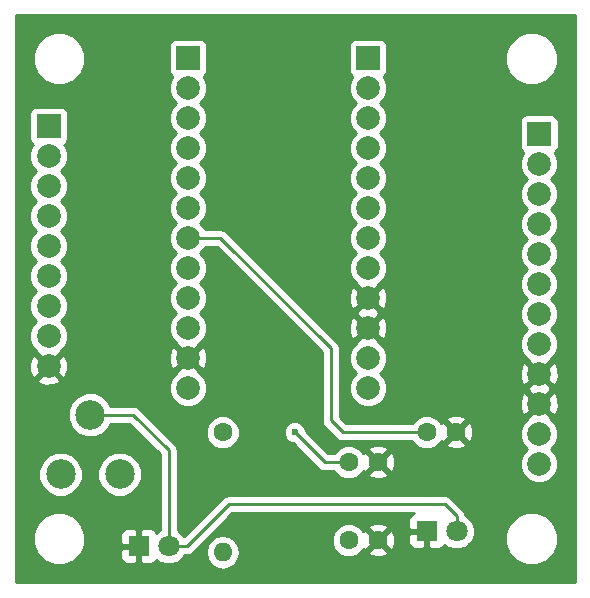
<source format=gbr>
G04 #@! TF.FileFunction,Copper,L2,Bot,Signal*
%FSLAX46Y46*%
G04 Gerber Fmt 4.6, Leading zero omitted, Abs format (unit mm)*
G04 Created by KiCad (PCBNEW 4.0.7) date 02/17/18 00:03:31*
%MOMM*%
%LPD*%
G01*
G04 APERTURE LIST*
%ADD10C,0.100000*%
%ADD11C,1.600000*%
%ADD12R,2.000000X2.000000*%
%ADD13C,2.000000*%
%ADD14R,1.800000X1.800000*%
%ADD15C,1.800000*%
%ADD16O,1.600000X1.600000*%
%ADD17C,2.500000*%
%ADD18C,0.600000*%
%ADD19C,0.250000*%
%ADD20C,0.254000*%
G04 APERTURE END LIST*
D10*
D11*
X117856000Y-106172000D03*
X120356000Y-106172000D03*
X117856000Y-99568000D03*
X120356000Y-99568000D03*
X124460000Y-97028000D03*
X126960000Y-97028000D03*
D12*
X104260000Y-65340000D03*
D13*
X104260000Y-67880000D03*
X104260000Y-70420000D03*
X104260000Y-72960000D03*
X104260000Y-75500000D03*
X104260000Y-78040000D03*
X104260000Y-80580000D03*
X104260000Y-83120000D03*
X104260000Y-85660000D03*
X104260000Y-88200000D03*
X104260000Y-90740000D03*
X104260000Y-93280000D03*
D12*
X119500000Y-65340000D03*
D13*
X119500000Y-67880000D03*
X119500000Y-70420000D03*
X119500000Y-72960000D03*
X119500000Y-75500000D03*
X119500000Y-78040000D03*
X119500000Y-80580000D03*
X119500000Y-83120000D03*
X119500000Y-85660000D03*
X119500000Y-88200000D03*
X119500000Y-90740000D03*
X119500000Y-93280000D03*
D12*
X133985000Y-71755000D03*
D13*
X133985000Y-74295000D03*
X133985000Y-76835000D03*
X133985000Y-79375000D03*
X133985000Y-81915000D03*
X133985000Y-84455000D03*
X133985000Y-86995000D03*
X133985000Y-89535000D03*
X133985000Y-92075000D03*
X133985000Y-94615000D03*
X133985000Y-97155000D03*
X133985000Y-99695000D03*
D12*
X92456000Y-71120000D03*
D13*
X92456000Y-73660000D03*
X92456000Y-76200000D03*
X92456000Y-78740000D03*
X92456000Y-81280000D03*
X92456000Y-83820000D03*
X92456000Y-86360000D03*
X92456000Y-88900000D03*
X92456000Y-91440000D03*
D14*
X100076000Y-106680000D03*
D15*
X102616000Y-106680000D03*
D14*
X124460000Y-105410000D03*
D15*
X127000000Y-105410000D03*
D11*
X107188000Y-97028000D03*
D16*
X107188000Y-107188000D03*
D17*
X95972000Y-95544000D03*
X98472000Y-100584000D03*
X93472000Y-100584000D03*
D18*
X113284000Y-97028000D03*
D19*
X115824000Y-99568000D02*
X117856000Y-99568000D01*
X113284000Y-97028000D02*
X115824000Y-99568000D01*
X104260000Y-80580000D02*
X106996000Y-80580000D01*
X117348000Y-97028000D02*
X124460000Y-97028000D01*
X116332000Y-96012000D02*
X117348000Y-97028000D01*
X116332000Y-89916000D02*
X116332000Y-96012000D01*
X106996000Y-80580000D02*
X116332000Y-89916000D01*
X102616000Y-106680000D02*
X104140000Y-106680000D01*
X127000000Y-104140000D02*
X127000000Y-105410000D01*
X125984000Y-103124000D02*
X127000000Y-104140000D01*
X107696000Y-103124000D02*
X125984000Y-103124000D01*
X104140000Y-106680000D02*
X107696000Y-103124000D01*
X95972000Y-95544000D02*
X99608000Y-95544000D01*
X102616000Y-98552000D02*
X102616000Y-106680000D01*
X99608000Y-95544000D02*
X102616000Y-98552000D01*
D20*
G36*
X137033000Y-109728000D02*
X89662000Y-109728000D01*
X89662000Y-106487619D01*
X91109613Y-106487619D01*
X91449155Y-107309372D01*
X92077321Y-107938636D01*
X92898481Y-108279611D01*
X93787619Y-108280387D01*
X94609372Y-107940845D01*
X95238636Y-107312679D01*
X95382693Y-106965750D01*
X98541000Y-106965750D01*
X98541000Y-107706310D01*
X98637673Y-107939699D01*
X98816302Y-108118327D01*
X99049691Y-108215000D01*
X99790250Y-108215000D01*
X99949000Y-108056250D01*
X99949000Y-106807000D01*
X98699750Y-106807000D01*
X98541000Y-106965750D01*
X95382693Y-106965750D01*
X95579611Y-106491519D01*
X95580342Y-105653690D01*
X98541000Y-105653690D01*
X98541000Y-106394250D01*
X98699750Y-106553000D01*
X99949000Y-106553000D01*
X99949000Y-105303750D01*
X99790250Y-105145000D01*
X99049691Y-105145000D01*
X98816302Y-105241673D01*
X98637673Y-105420301D01*
X98541000Y-105653690D01*
X95580342Y-105653690D01*
X95580387Y-105602381D01*
X95240845Y-104780628D01*
X94612679Y-104151364D01*
X93791519Y-103810389D01*
X92902381Y-103809613D01*
X92080628Y-104149155D01*
X91451364Y-104777321D01*
X91110389Y-105598481D01*
X91109613Y-106487619D01*
X89662000Y-106487619D01*
X89662000Y-100957305D01*
X91586674Y-100957305D01*
X91873043Y-101650372D01*
X92402839Y-102181093D01*
X93095405Y-102468672D01*
X93845305Y-102469326D01*
X94538372Y-102182957D01*
X95069093Y-101653161D01*
X95356672Y-100960595D01*
X95356674Y-100957305D01*
X96586674Y-100957305D01*
X96873043Y-101650372D01*
X97402839Y-102181093D01*
X98095405Y-102468672D01*
X98845305Y-102469326D01*
X99538372Y-102182957D01*
X100069093Y-101653161D01*
X100356672Y-100960595D01*
X100357326Y-100210695D01*
X100070957Y-99517628D01*
X99541161Y-98986907D01*
X98848595Y-98699328D01*
X98098695Y-98698674D01*
X97405628Y-98985043D01*
X96874907Y-99514839D01*
X96587328Y-100207405D01*
X96586674Y-100957305D01*
X95356674Y-100957305D01*
X95357326Y-100210695D01*
X95070957Y-99517628D01*
X94541161Y-98986907D01*
X93848595Y-98699328D01*
X93098695Y-98698674D01*
X92405628Y-98985043D01*
X91874907Y-99514839D01*
X91587328Y-100207405D01*
X91586674Y-100957305D01*
X89662000Y-100957305D01*
X89662000Y-95917305D01*
X94086674Y-95917305D01*
X94373043Y-96610372D01*
X94902839Y-97141093D01*
X95595405Y-97428672D01*
X96345305Y-97429326D01*
X97038372Y-97142957D01*
X97569093Y-96613161D01*
X97697468Y-96304000D01*
X99293198Y-96304000D01*
X101856000Y-98866802D01*
X101856000Y-105333154D01*
X101747629Y-105377932D01*
X101570159Y-105555092D01*
X101514327Y-105420301D01*
X101335698Y-105241673D01*
X101102309Y-105145000D01*
X100361750Y-105145000D01*
X100203000Y-105303750D01*
X100203000Y-106553000D01*
X100223000Y-106553000D01*
X100223000Y-106807000D01*
X100203000Y-106807000D01*
X100203000Y-108056250D01*
X100361750Y-108215000D01*
X101102309Y-108215000D01*
X101335698Y-108118327D01*
X101514327Y-107939699D01*
X101570119Y-107805006D01*
X101745357Y-107980551D01*
X102309330Y-108214733D01*
X102919991Y-108215265D01*
X103484371Y-107982068D01*
X103916551Y-107550643D01*
X103962494Y-107440000D01*
X104140000Y-107440000D01*
X104430839Y-107382148D01*
X104677401Y-107217401D01*
X104734915Y-107159887D01*
X105753000Y-107159887D01*
X105753000Y-107216113D01*
X105862233Y-107765264D01*
X106173302Y-108230811D01*
X106638849Y-108541880D01*
X107188000Y-108651113D01*
X107737151Y-108541880D01*
X108202698Y-108230811D01*
X108513767Y-107765264D01*
X108623000Y-107216113D01*
X108623000Y-107159887D01*
X108513767Y-106610736D01*
X108410501Y-106456187D01*
X116420752Y-106456187D01*
X116638757Y-106983800D01*
X117042077Y-107387824D01*
X117569309Y-107606750D01*
X118140187Y-107607248D01*
X118667800Y-107389243D01*
X118877663Y-107179745D01*
X119527861Y-107179745D01*
X119601995Y-107425864D01*
X120139223Y-107618965D01*
X120709454Y-107591778D01*
X121110005Y-107425864D01*
X121184139Y-107179745D01*
X120356000Y-106351605D01*
X119527861Y-107179745D01*
X118877663Y-107179745D01*
X119071824Y-106985923D01*
X119099423Y-106919456D01*
X119102136Y-106926005D01*
X119348255Y-107000139D01*
X120176395Y-106172000D01*
X120535605Y-106172000D01*
X121363745Y-107000139D01*
X121609864Y-106926005D01*
X121802965Y-106388777D01*
X121775778Y-105818546D01*
X121724915Y-105695750D01*
X122925000Y-105695750D01*
X122925000Y-106436310D01*
X123021673Y-106669699D01*
X123200302Y-106848327D01*
X123433691Y-106945000D01*
X124174250Y-106945000D01*
X124333000Y-106786250D01*
X124333000Y-105537000D01*
X123083750Y-105537000D01*
X122925000Y-105695750D01*
X121724915Y-105695750D01*
X121609864Y-105417995D01*
X121363745Y-105343861D01*
X120535605Y-106172000D01*
X120176395Y-106172000D01*
X119348255Y-105343861D01*
X119102136Y-105417995D01*
X119099804Y-105424483D01*
X119073243Y-105360200D01*
X118877640Y-105164255D01*
X119527861Y-105164255D01*
X120356000Y-105992395D01*
X121184139Y-105164255D01*
X121110005Y-104918136D01*
X120572777Y-104725035D01*
X120002546Y-104752222D01*
X119601995Y-104918136D01*
X119527861Y-105164255D01*
X118877640Y-105164255D01*
X118669923Y-104956176D01*
X118142691Y-104737250D01*
X117571813Y-104736752D01*
X117044200Y-104954757D01*
X116640176Y-105358077D01*
X116421250Y-105885309D01*
X116420752Y-106456187D01*
X108410501Y-106456187D01*
X108202698Y-106145189D01*
X107737151Y-105834120D01*
X107188000Y-105724887D01*
X106638849Y-105834120D01*
X106173302Y-106145189D01*
X105862233Y-106610736D01*
X105753000Y-107159887D01*
X104734915Y-107159887D01*
X108010802Y-103884000D01*
X123411963Y-103884000D01*
X123200302Y-103971673D01*
X123021673Y-104150301D01*
X122925000Y-104383690D01*
X122925000Y-105124250D01*
X123083750Y-105283000D01*
X124333000Y-105283000D01*
X124333000Y-105263000D01*
X124587000Y-105263000D01*
X124587000Y-105283000D01*
X124607000Y-105283000D01*
X124607000Y-105537000D01*
X124587000Y-105537000D01*
X124587000Y-106786250D01*
X124745750Y-106945000D01*
X125486309Y-106945000D01*
X125719698Y-106848327D01*
X125898327Y-106669699D01*
X125954119Y-106535006D01*
X126129357Y-106710551D01*
X126693330Y-106944733D01*
X127303991Y-106945265D01*
X127868371Y-106712068D01*
X128093212Y-106487619D01*
X131114613Y-106487619D01*
X131454155Y-107309372D01*
X132082321Y-107938636D01*
X132903481Y-108279611D01*
X133792619Y-108280387D01*
X134614372Y-107940845D01*
X135243636Y-107312679D01*
X135584611Y-106491519D01*
X135585387Y-105602381D01*
X135245845Y-104780628D01*
X134617679Y-104151364D01*
X133796519Y-103810389D01*
X132907381Y-103809613D01*
X132085628Y-104149155D01*
X131456364Y-104777321D01*
X131115389Y-105598481D01*
X131114613Y-106487619D01*
X128093212Y-106487619D01*
X128300551Y-106280643D01*
X128534733Y-105716670D01*
X128535265Y-105106009D01*
X128302068Y-104541629D01*
X127870643Y-104109449D01*
X127743414Y-104056619D01*
X127702148Y-103849161D01*
X127537401Y-103602599D01*
X126521401Y-102586599D01*
X126274839Y-102421852D01*
X125984000Y-102364000D01*
X107696000Y-102364000D01*
X107453414Y-102412254D01*
X107405160Y-102421852D01*
X107158599Y-102586599D01*
X103922600Y-105822598D01*
X103918068Y-105811629D01*
X103486643Y-105379449D01*
X103376000Y-105333506D01*
X103376000Y-98552000D01*
X103335970Y-98350757D01*
X103318148Y-98261160D01*
X103153401Y-98014599D01*
X102450989Y-97312187D01*
X105752752Y-97312187D01*
X105970757Y-97839800D01*
X106374077Y-98243824D01*
X106901309Y-98462750D01*
X107472187Y-98463248D01*
X107999800Y-98245243D01*
X108403824Y-97841923D01*
X108622750Y-97314691D01*
X108622838Y-97213167D01*
X112348838Y-97213167D01*
X112490883Y-97556943D01*
X112753673Y-97820192D01*
X113097201Y-97962838D01*
X113144077Y-97962879D01*
X115286599Y-100105401D01*
X115533160Y-100270148D01*
X115581414Y-100279746D01*
X115824000Y-100328000D01*
X116617354Y-100328000D01*
X116638757Y-100379800D01*
X117042077Y-100783824D01*
X117569309Y-101002750D01*
X118140187Y-101003248D01*
X118667800Y-100785243D01*
X118877663Y-100575745D01*
X119527861Y-100575745D01*
X119601995Y-100821864D01*
X120139223Y-101014965D01*
X120709454Y-100987778D01*
X121110005Y-100821864D01*
X121184139Y-100575745D01*
X120356000Y-99747605D01*
X119527861Y-100575745D01*
X118877663Y-100575745D01*
X119071824Y-100381923D01*
X119099423Y-100315456D01*
X119102136Y-100322005D01*
X119348255Y-100396139D01*
X120176395Y-99568000D01*
X120535605Y-99568000D01*
X121363745Y-100396139D01*
X121609864Y-100322005D01*
X121802965Y-99784777D01*
X121775778Y-99214546D01*
X121609864Y-98813995D01*
X121363745Y-98739861D01*
X120535605Y-99568000D01*
X120176395Y-99568000D01*
X119348255Y-98739861D01*
X119102136Y-98813995D01*
X119099804Y-98820483D01*
X119073243Y-98756200D01*
X118877640Y-98560255D01*
X119527861Y-98560255D01*
X120356000Y-99388395D01*
X121184139Y-98560255D01*
X121110005Y-98314136D01*
X120572777Y-98121035D01*
X120002546Y-98148222D01*
X119601995Y-98314136D01*
X119527861Y-98560255D01*
X118877640Y-98560255D01*
X118669923Y-98352176D01*
X118142691Y-98133250D01*
X117571813Y-98132752D01*
X117044200Y-98350757D01*
X116640176Y-98754077D01*
X116617785Y-98808000D01*
X116138802Y-98808000D01*
X114219122Y-96888320D01*
X114219162Y-96842833D01*
X114077117Y-96499057D01*
X113814327Y-96235808D01*
X113470799Y-96093162D01*
X113098833Y-96092838D01*
X112755057Y-96234883D01*
X112491808Y-96497673D01*
X112349162Y-96841201D01*
X112348838Y-97213167D01*
X108622838Y-97213167D01*
X108623248Y-96743813D01*
X108405243Y-96216200D01*
X108001923Y-95812176D01*
X107474691Y-95593250D01*
X106903813Y-95592752D01*
X106376200Y-95810757D01*
X105972176Y-96214077D01*
X105753250Y-96741309D01*
X105752752Y-97312187D01*
X102450989Y-97312187D01*
X100145401Y-95006599D01*
X99898839Y-94841852D01*
X99608000Y-94784000D01*
X97697547Y-94784000D01*
X97570957Y-94477628D01*
X97041161Y-93946907D01*
X96348595Y-93659328D01*
X95598695Y-93658674D01*
X94905628Y-93945043D01*
X94374907Y-94474839D01*
X94087328Y-95167405D01*
X94086674Y-95917305D01*
X89662000Y-95917305D01*
X89662000Y-93603795D01*
X102624716Y-93603795D01*
X102873106Y-94204943D01*
X103332637Y-94665278D01*
X103933352Y-94914716D01*
X104583795Y-94915284D01*
X105184943Y-94666894D01*
X105645278Y-94207363D01*
X105894716Y-93606648D01*
X105895284Y-92956205D01*
X105646894Y-92355057D01*
X105220022Y-91927438D01*
X105232927Y-91892532D01*
X104260000Y-90919605D01*
X103287073Y-91892532D01*
X103300164Y-91927938D01*
X102874722Y-92352637D01*
X102625284Y-92953352D01*
X102624716Y-93603795D01*
X89662000Y-93603795D01*
X89662000Y-92592532D01*
X91483073Y-92592532D01*
X91581736Y-92859387D01*
X92191461Y-93085908D01*
X92841460Y-93061856D01*
X93330264Y-92859387D01*
X93428927Y-92592532D01*
X92456000Y-91619605D01*
X91483073Y-92592532D01*
X89662000Y-92592532D01*
X89662000Y-91175461D01*
X90810092Y-91175461D01*
X90834144Y-91825460D01*
X91036613Y-92314264D01*
X91303468Y-92412927D01*
X92276395Y-91440000D01*
X92635605Y-91440000D01*
X93608532Y-92412927D01*
X93875387Y-92314264D01*
X94101908Y-91704539D01*
X94077856Y-91054540D01*
X93875387Y-90565736D01*
X93631220Y-90475461D01*
X102614092Y-90475461D01*
X102638144Y-91125460D01*
X102840613Y-91614264D01*
X103107468Y-91712927D01*
X104080395Y-90740000D01*
X104439605Y-90740000D01*
X105412532Y-91712927D01*
X105679387Y-91614264D01*
X105905908Y-91004539D01*
X105881856Y-90354540D01*
X105679387Y-89865736D01*
X105412532Y-89767073D01*
X104439605Y-90740000D01*
X104080395Y-90740000D01*
X103107468Y-89767073D01*
X102840613Y-89865736D01*
X102614092Y-90475461D01*
X93631220Y-90475461D01*
X93608532Y-90467073D01*
X92635605Y-91440000D01*
X92276395Y-91440000D01*
X91303468Y-90467073D01*
X91036613Y-90565736D01*
X90810092Y-91175461D01*
X89662000Y-91175461D01*
X89662000Y-70120000D01*
X90808560Y-70120000D01*
X90808560Y-72120000D01*
X90852838Y-72355317D01*
X90991910Y-72571441D01*
X91134561Y-72668910D01*
X91070722Y-72732637D01*
X90821284Y-73333352D01*
X90820716Y-73983795D01*
X91069106Y-74584943D01*
X91413759Y-74930199D01*
X91070722Y-75272637D01*
X90821284Y-75873352D01*
X90820716Y-76523795D01*
X91069106Y-77124943D01*
X91413759Y-77470199D01*
X91070722Y-77812637D01*
X90821284Y-78413352D01*
X90820716Y-79063795D01*
X91069106Y-79664943D01*
X91413759Y-80010199D01*
X91070722Y-80352637D01*
X90821284Y-80953352D01*
X90820716Y-81603795D01*
X91069106Y-82204943D01*
X91413759Y-82550199D01*
X91070722Y-82892637D01*
X90821284Y-83493352D01*
X90820716Y-84143795D01*
X91069106Y-84744943D01*
X91413759Y-85090199D01*
X91070722Y-85432637D01*
X90821284Y-86033352D01*
X90820716Y-86683795D01*
X91069106Y-87284943D01*
X91413759Y-87630199D01*
X91070722Y-87972637D01*
X90821284Y-88573352D01*
X90820716Y-89223795D01*
X91069106Y-89824943D01*
X91495978Y-90252562D01*
X91483073Y-90287468D01*
X92456000Y-91260395D01*
X93428927Y-90287468D01*
X93415836Y-90252062D01*
X93841278Y-89827363D01*
X94090716Y-89226648D01*
X94091284Y-88576205D01*
X93842894Y-87975057D01*
X93498241Y-87629801D01*
X93841278Y-87287363D01*
X94090716Y-86686648D01*
X94091284Y-86036205D01*
X93842894Y-85435057D01*
X93498241Y-85089801D01*
X93841278Y-84747363D01*
X94090716Y-84146648D01*
X94091284Y-83496205D01*
X93842894Y-82895057D01*
X93498241Y-82549801D01*
X93841278Y-82207363D01*
X94090716Y-81606648D01*
X94091284Y-80956205D01*
X93842894Y-80355057D01*
X93498241Y-80009801D01*
X93841278Y-79667363D01*
X94090716Y-79066648D01*
X94091284Y-78416205D01*
X93842894Y-77815057D01*
X93498241Y-77469801D01*
X93841278Y-77127363D01*
X94090716Y-76526648D01*
X94091284Y-75876205D01*
X93842894Y-75275057D01*
X93498241Y-74929801D01*
X93841278Y-74587363D01*
X94090716Y-73986648D01*
X94091284Y-73336205D01*
X93842894Y-72735057D01*
X93776379Y-72668426D01*
X93907441Y-72584090D01*
X94052431Y-72371890D01*
X94103440Y-72120000D01*
X94103440Y-70120000D01*
X94059162Y-69884683D01*
X93920090Y-69668559D01*
X93707890Y-69523569D01*
X93456000Y-69472560D01*
X91456000Y-69472560D01*
X91220683Y-69516838D01*
X91004559Y-69655910D01*
X90859569Y-69868110D01*
X90808560Y-70120000D01*
X89662000Y-70120000D01*
X89662000Y-65847619D01*
X91109613Y-65847619D01*
X91449155Y-66669372D01*
X92077321Y-67298636D01*
X92898481Y-67639611D01*
X93787619Y-67640387D01*
X94609372Y-67300845D01*
X95238636Y-66672679D01*
X95579611Y-65851519D01*
X95580387Y-64962381D01*
X95323224Y-64340000D01*
X102612560Y-64340000D01*
X102612560Y-66340000D01*
X102656838Y-66575317D01*
X102795910Y-66791441D01*
X102938561Y-66888910D01*
X102874722Y-66952637D01*
X102625284Y-67553352D01*
X102624716Y-68203795D01*
X102873106Y-68804943D01*
X103217759Y-69150199D01*
X102874722Y-69492637D01*
X102625284Y-70093352D01*
X102624716Y-70743795D01*
X102873106Y-71344943D01*
X103217759Y-71690199D01*
X102874722Y-72032637D01*
X102625284Y-72633352D01*
X102624716Y-73283795D01*
X102873106Y-73884943D01*
X103217759Y-74230199D01*
X102874722Y-74572637D01*
X102625284Y-75173352D01*
X102624716Y-75823795D01*
X102873106Y-76424943D01*
X103217759Y-76770199D01*
X102874722Y-77112637D01*
X102625284Y-77713352D01*
X102624716Y-78363795D01*
X102873106Y-78964943D01*
X103217759Y-79310199D01*
X102874722Y-79652637D01*
X102625284Y-80253352D01*
X102624716Y-80903795D01*
X102873106Y-81504943D01*
X103217759Y-81850199D01*
X102874722Y-82192637D01*
X102625284Y-82793352D01*
X102624716Y-83443795D01*
X102873106Y-84044943D01*
X103217759Y-84390199D01*
X102874722Y-84732637D01*
X102625284Y-85333352D01*
X102624716Y-85983795D01*
X102873106Y-86584943D01*
X103217759Y-86930199D01*
X102874722Y-87272637D01*
X102625284Y-87873352D01*
X102624716Y-88523795D01*
X102873106Y-89124943D01*
X103299978Y-89552562D01*
X103287073Y-89587468D01*
X104260000Y-90560395D01*
X105232927Y-89587468D01*
X105219836Y-89552062D01*
X105645278Y-89127363D01*
X105894716Y-88526648D01*
X105895284Y-87876205D01*
X105646894Y-87275057D01*
X105302241Y-86929801D01*
X105645278Y-86587363D01*
X105894716Y-85986648D01*
X105895284Y-85336205D01*
X105646894Y-84735057D01*
X105302241Y-84389801D01*
X105645278Y-84047363D01*
X105894716Y-83446648D01*
X105895284Y-82796205D01*
X105646894Y-82195057D01*
X105302241Y-81849801D01*
X105645278Y-81507363D01*
X105714773Y-81340000D01*
X106681198Y-81340000D01*
X115572000Y-90230802D01*
X115572000Y-96012000D01*
X115629852Y-96302839D01*
X115794599Y-96549401D01*
X116810599Y-97565401D01*
X117057161Y-97730148D01*
X117348000Y-97788000D01*
X123221354Y-97788000D01*
X123242757Y-97839800D01*
X123646077Y-98243824D01*
X124173309Y-98462750D01*
X124744187Y-98463248D01*
X125271800Y-98245243D01*
X125481663Y-98035745D01*
X126131861Y-98035745D01*
X126205995Y-98281864D01*
X126743223Y-98474965D01*
X127313454Y-98447778D01*
X127714005Y-98281864D01*
X127788139Y-98035745D01*
X126960000Y-97207605D01*
X126131861Y-98035745D01*
X125481663Y-98035745D01*
X125675824Y-97841923D01*
X125703423Y-97775456D01*
X125706136Y-97782005D01*
X125952255Y-97856139D01*
X126780395Y-97028000D01*
X127139605Y-97028000D01*
X127967745Y-97856139D01*
X128213864Y-97782005D01*
X128322849Y-97478795D01*
X132349716Y-97478795D01*
X132598106Y-98079943D01*
X132942759Y-98425199D01*
X132599722Y-98767637D01*
X132350284Y-99368352D01*
X132349716Y-100018795D01*
X132598106Y-100619943D01*
X133057637Y-101080278D01*
X133658352Y-101329716D01*
X134308795Y-101330284D01*
X134909943Y-101081894D01*
X135370278Y-100622363D01*
X135619716Y-100021648D01*
X135620284Y-99371205D01*
X135371894Y-98770057D01*
X135027241Y-98424801D01*
X135370278Y-98082363D01*
X135619716Y-97481648D01*
X135620284Y-96831205D01*
X135371894Y-96230057D01*
X134945022Y-95802438D01*
X134957927Y-95767532D01*
X133985000Y-94794605D01*
X133012073Y-95767532D01*
X133025164Y-95802938D01*
X132599722Y-96227637D01*
X132350284Y-96828352D01*
X132349716Y-97478795D01*
X128322849Y-97478795D01*
X128406965Y-97244777D01*
X128379778Y-96674546D01*
X128213864Y-96273995D01*
X127967745Y-96199861D01*
X127139605Y-97028000D01*
X126780395Y-97028000D01*
X125952255Y-96199861D01*
X125706136Y-96273995D01*
X125703804Y-96280483D01*
X125677243Y-96216200D01*
X125481640Y-96020255D01*
X126131861Y-96020255D01*
X126960000Y-96848395D01*
X127788139Y-96020255D01*
X127714005Y-95774136D01*
X127176777Y-95581035D01*
X126606546Y-95608222D01*
X126205995Y-95774136D01*
X126131861Y-96020255D01*
X125481640Y-96020255D01*
X125273923Y-95812176D01*
X124746691Y-95593250D01*
X124175813Y-95592752D01*
X123648200Y-95810757D01*
X123244176Y-96214077D01*
X123221785Y-96268000D01*
X117662802Y-96268000D01*
X117092000Y-95697198D01*
X117092000Y-91063795D01*
X117864716Y-91063795D01*
X118113106Y-91664943D01*
X118457759Y-92010199D01*
X118114722Y-92352637D01*
X117865284Y-92953352D01*
X117864716Y-93603795D01*
X118113106Y-94204943D01*
X118572637Y-94665278D01*
X119173352Y-94914716D01*
X119823795Y-94915284D01*
X120424943Y-94666894D01*
X120741929Y-94350461D01*
X132339092Y-94350461D01*
X132363144Y-95000460D01*
X132565613Y-95489264D01*
X132832468Y-95587927D01*
X133805395Y-94615000D01*
X134164605Y-94615000D01*
X135137532Y-95587927D01*
X135404387Y-95489264D01*
X135630908Y-94879539D01*
X135606856Y-94229540D01*
X135404387Y-93740736D01*
X135137532Y-93642073D01*
X134164605Y-94615000D01*
X133805395Y-94615000D01*
X132832468Y-93642073D01*
X132565613Y-93740736D01*
X132339092Y-94350461D01*
X120741929Y-94350461D01*
X120885278Y-94207363D01*
X121134716Y-93606648D01*
X121135047Y-93227532D01*
X133012073Y-93227532D01*
X133055504Y-93345000D01*
X133012073Y-93462468D01*
X133985000Y-94435395D01*
X134957927Y-93462468D01*
X134914496Y-93345000D01*
X134957927Y-93227532D01*
X133985000Y-92254605D01*
X133012073Y-93227532D01*
X121135047Y-93227532D01*
X121135284Y-92956205D01*
X120886894Y-92355057D01*
X120542241Y-92009801D01*
X120741929Y-91810461D01*
X132339092Y-91810461D01*
X132363144Y-92460460D01*
X132565613Y-92949264D01*
X132832468Y-93047927D01*
X133805395Y-92075000D01*
X134164605Y-92075000D01*
X135137532Y-93047927D01*
X135404387Y-92949264D01*
X135630908Y-92339539D01*
X135606856Y-91689540D01*
X135404387Y-91200736D01*
X135137532Y-91102073D01*
X134164605Y-92075000D01*
X133805395Y-92075000D01*
X132832468Y-91102073D01*
X132565613Y-91200736D01*
X132339092Y-91810461D01*
X120741929Y-91810461D01*
X120885278Y-91667363D01*
X121134716Y-91066648D01*
X121135284Y-90416205D01*
X120886894Y-89815057D01*
X120460022Y-89387438D01*
X120472927Y-89352532D01*
X119500000Y-88379605D01*
X118527073Y-89352532D01*
X118540164Y-89387938D01*
X118114722Y-89812637D01*
X117865284Y-90413352D01*
X117864716Y-91063795D01*
X117092000Y-91063795D01*
X117092000Y-89916000D01*
X117034148Y-89625161D01*
X116869401Y-89378599D01*
X115426263Y-87935461D01*
X117854092Y-87935461D01*
X117878144Y-88585460D01*
X118080613Y-89074264D01*
X118347468Y-89172927D01*
X119320395Y-88200000D01*
X119679605Y-88200000D01*
X120652532Y-89172927D01*
X120919387Y-89074264D01*
X121145908Y-88464539D01*
X121121856Y-87814540D01*
X120919387Y-87325736D01*
X120652532Y-87227073D01*
X119679605Y-88200000D01*
X119320395Y-88200000D01*
X118347468Y-87227073D01*
X118080613Y-87325736D01*
X117854092Y-87935461D01*
X115426263Y-87935461D01*
X114303334Y-86812532D01*
X118527073Y-86812532D01*
X118570504Y-86930000D01*
X118527073Y-87047468D01*
X119500000Y-88020395D01*
X120472927Y-87047468D01*
X120429496Y-86930000D01*
X120472927Y-86812532D01*
X119500000Y-85839605D01*
X118527073Y-86812532D01*
X114303334Y-86812532D01*
X112886263Y-85395461D01*
X117854092Y-85395461D01*
X117878144Y-86045460D01*
X118080613Y-86534264D01*
X118347468Y-86632927D01*
X119320395Y-85660000D01*
X119679605Y-85660000D01*
X120652532Y-86632927D01*
X120919387Y-86534264D01*
X121145908Y-85924539D01*
X121121856Y-85274540D01*
X120919387Y-84785736D01*
X120652532Y-84687073D01*
X119679605Y-85660000D01*
X119320395Y-85660000D01*
X118347468Y-84687073D01*
X118080613Y-84785736D01*
X117854092Y-85395461D01*
X112886263Y-85395461D01*
X107533401Y-80042599D01*
X107286839Y-79877852D01*
X106996000Y-79820000D01*
X105715047Y-79820000D01*
X105646894Y-79655057D01*
X105302241Y-79309801D01*
X105645278Y-78967363D01*
X105894716Y-78366648D01*
X105895284Y-77716205D01*
X105646894Y-77115057D01*
X105302241Y-76769801D01*
X105645278Y-76427363D01*
X105894716Y-75826648D01*
X105895284Y-75176205D01*
X105646894Y-74575057D01*
X105302241Y-74229801D01*
X105645278Y-73887363D01*
X105894716Y-73286648D01*
X105895284Y-72636205D01*
X105646894Y-72035057D01*
X105302241Y-71689801D01*
X105645278Y-71347363D01*
X105894716Y-70746648D01*
X105895284Y-70096205D01*
X105646894Y-69495057D01*
X105302241Y-69149801D01*
X105645278Y-68807363D01*
X105894716Y-68206648D01*
X105895284Y-67556205D01*
X105646894Y-66955057D01*
X105580379Y-66888426D01*
X105711441Y-66804090D01*
X105856431Y-66591890D01*
X105907440Y-66340000D01*
X105907440Y-64340000D01*
X117852560Y-64340000D01*
X117852560Y-66340000D01*
X117896838Y-66575317D01*
X118035910Y-66791441D01*
X118178561Y-66888910D01*
X118114722Y-66952637D01*
X117865284Y-67553352D01*
X117864716Y-68203795D01*
X118113106Y-68804943D01*
X118457759Y-69150199D01*
X118114722Y-69492637D01*
X117865284Y-70093352D01*
X117864716Y-70743795D01*
X118113106Y-71344943D01*
X118457759Y-71690199D01*
X118114722Y-72032637D01*
X117865284Y-72633352D01*
X117864716Y-73283795D01*
X118113106Y-73884943D01*
X118457759Y-74230199D01*
X118114722Y-74572637D01*
X117865284Y-75173352D01*
X117864716Y-75823795D01*
X118113106Y-76424943D01*
X118457759Y-76770199D01*
X118114722Y-77112637D01*
X117865284Y-77713352D01*
X117864716Y-78363795D01*
X118113106Y-78964943D01*
X118457759Y-79310199D01*
X118114722Y-79652637D01*
X117865284Y-80253352D01*
X117864716Y-80903795D01*
X118113106Y-81504943D01*
X118457759Y-81850199D01*
X118114722Y-82192637D01*
X117865284Y-82793352D01*
X117864716Y-83443795D01*
X118113106Y-84044943D01*
X118539978Y-84472562D01*
X118527073Y-84507468D01*
X119500000Y-85480395D01*
X120472927Y-84507468D01*
X120459836Y-84472062D01*
X120885278Y-84047363D01*
X121134716Y-83446648D01*
X121135284Y-82796205D01*
X120886894Y-82195057D01*
X120542241Y-81849801D01*
X120885278Y-81507363D01*
X121134716Y-80906648D01*
X121135284Y-80256205D01*
X120886894Y-79655057D01*
X120542241Y-79309801D01*
X120885278Y-78967363D01*
X121134716Y-78366648D01*
X121135284Y-77716205D01*
X120886894Y-77115057D01*
X120542241Y-76769801D01*
X120885278Y-76427363D01*
X121134716Y-75826648D01*
X121135284Y-75176205D01*
X120886894Y-74575057D01*
X120542241Y-74229801D01*
X120885278Y-73887363D01*
X121134716Y-73286648D01*
X121135284Y-72636205D01*
X120886894Y-72035057D01*
X120542241Y-71689801D01*
X120885278Y-71347363D01*
X121131247Y-70755000D01*
X132337560Y-70755000D01*
X132337560Y-72755000D01*
X132381838Y-72990317D01*
X132520910Y-73206441D01*
X132663561Y-73303910D01*
X132599722Y-73367637D01*
X132350284Y-73968352D01*
X132349716Y-74618795D01*
X132598106Y-75219943D01*
X132942759Y-75565199D01*
X132599722Y-75907637D01*
X132350284Y-76508352D01*
X132349716Y-77158795D01*
X132598106Y-77759943D01*
X132942759Y-78105199D01*
X132599722Y-78447637D01*
X132350284Y-79048352D01*
X132349716Y-79698795D01*
X132598106Y-80299943D01*
X132942759Y-80645199D01*
X132599722Y-80987637D01*
X132350284Y-81588352D01*
X132349716Y-82238795D01*
X132598106Y-82839943D01*
X132942759Y-83185199D01*
X132599722Y-83527637D01*
X132350284Y-84128352D01*
X132349716Y-84778795D01*
X132598106Y-85379943D01*
X132942759Y-85725199D01*
X132599722Y-86067637D01*
X132350284Y-86668352D01*
X132349716Y-87318795D01*
X132598106Y-87919943D01*
X132942759Y-88265199D01*
X132599722Y-88607637D01*
X132350284Y-89208352D01*
X132349716Y-89858795D01*
X132598106Y-90459943D01*
X133024978Y-90887562D01*
X133012073Y-90922468D01*
X133985000Y-91895395D01*
X134957927Y-90922468D01*
X134944836Y-90887062D01*
X135370278Y-90462363D01*
X135619716Y-89861648D01*
X135620284Y-89211205D01*
X135371894Y-88610057D01*
X135027241Y-88264801D01*
X135370278Y-87922363D01*
X135619716Y-87321648D01*
X135620284Y-86671205D01*
X135371894Y-86070057D01*
X135027241Y-85724801D01*
X135370278Y-85382363D01*
X135619716Y-84781648D01*
X135620284Y-84131205D01*
X135371894Y-83530057D01*
X135027241Y-83184801D01*
X135370278Y-82842363D01*
X135619716Y-82241648D01*
X135620284Y-81591205D01*
X135371894Y-80990057D01*
X135027241Y-80644801D01*
X135370278Y-80302363D01*
X135619716Y-79701648D01*
X135620284Y-79051205D01*
X135371894Y-78450057D01*
X135027241Y-78104801D01*
X135370278Y-77762363D01*
X135619716Y-77161648D01*
X135620284Y-76511205D01*
X135371894Y-75910057D01*
X135027241Y-75564801D01*
X135370278Y-75222363D01*
X135619716Y-74621648D01*
X135620284Y-73971205D01*
X135371894Y-73370057D01*
X135305379Y-73303426D01*
X135436441Y-73219090D01*
X135581431Y-73006890D01*
X135632440Y-72755000D01*
X135632440Y-70755000D01*
X135588162Y-70519683D01*
X135449090Y-70303559D01*
X135236890Y-70158569D01*
X134985000Y-70107560D01*
X132985000Y-70107560D01*
X132749683Y-70151838D01*
X132533559Y-70290910D01*
X132388569Y-70503110D01*
X132337560Y-70755000D01*
X121131247Y-70755000D01*
X121134716Y-70746648D01*
X121135284Y-70096205D01*
X120886894Y-69495057D01*
X120542241Y-69149801D01*
X120885278Y-68807363D01*
X121134716Y-68206648D01*
X121135284Y-67556205D01*
X120886894Y-66955057D01*
X120820379Y-66888426D01*
X120951441Y-66804090D01*
X121096431Y-66591890D01*
X121147440Y-66340000D01*
X121147440Y-65847619D01*
X131114613Y-65847619D01*
X131454155Y-66669372D01*
X132082321Y-67298636D01*
X132903481Y-67639611D01*
X133792619Y-67640387D01*
X134614372Y-67300845D01*
X135243636Y-66672679D01*
X135584611Y-65851519D01*
X135585387Y-64962381D01*
X135245845Y-64140628D01*
X134617679Y-63511364D01*
X133796519Y-63170389D01*
X132907381Y-63169613D01*
X132085628Y-63509155D01*
X131456364Y-64137321D01*
X131115389Y-64958481D01*
X131114613Y-65847619D01*
X121147440Y-65847619D01*
X121147440Y-64340000D01*
X121103162Y-64104683D01*
X120964090Y-63888559D01*
X120751890Y-63743569D01*
X120500000Y-63692560D01*
X118500000Y-63692560D01*
X118264683Y-63736838D01*
X118048559Y-63875910D01*
X117903569Y-64088110D01*
X117852560Y-64340000D01*
X105907440Y-64340000D01*
X105863162Y-64104683D01*
X105724090Y-63888559D01*
X105511890Y-63743569D01*
X105260000Y-63692560D01*
X103260000Y-63692560D01*
X103024683Y-63736838D01*
X102808559Y-63875910D01*
X102663569Y-64088110D01*
X102612560Y-64340000D01*
X95323224Y-64340000D01*
X95240845Y-64140628D01*
X94612679Y-63511364D01*
X93791519Y-63170389D01*
X92902381Y-63169613D01*
X92080628Y-63509155D01*
X91451364Y-64137321D01*
X91110389Y-64958481D01*
X91109613Y-65847619D01*
X89662000Y-65847619D01*
X89662000Y-61722000D01*
X137033000Y-61722000D01*
X137033000Y-109728000D01*
X137033000Y-109728000D01*
G37*
X137033000Y-109728000D02*
X89662000Y-109728000D01*
X89662000Y-106487619D01*
X91109613Y-106487619D01*
X91449155Y-107309372D01*
X92077321Y-107938636D01*
X92898481Y-108279611D01*
X93787619Y-108280387D01*
X94609372Y-107940845D01*
X95238636Y-107312679D01*
X95382693Y-106965750D01*
X98541000Y-106965750D01*
X98541000Y-107706310D01*
X98637673Y-107939699D01*
X98816302Y-108118327D01*
X99049691Y-108215000D01*
X99790250Y-108215000D01*
X99949000Y-108056250D01*
X99949000Y-106807000D01*
X98699750Y-106807000D01*
X98541000Y-106965750D01*
X95382693Y-106965750D01*
X95579611Y-106491519D01*
X95580342Y-105653690D01*
X98541000Y-105653690D01*
X98541000Y-106394250D01*
X98699750Y-106553000D01*
X99949000Y-106553000D01*
X99949000Y-105303750D01*
X99790250Y-105145000D01*
X99049691Y-105145000D01*
X98816302Y-105241673D01*
X98637673Y-105420301D01*
X98541000Y-105653690D01*
X95580342Y-105653690D01*
X95580387Y-105602381D01*
X95240845Y-104780628D01*
X94612679Y-104151364D01*
X93791519Y-103810389D01*
X92902381Y-103809613D01*
X92080628Y-104149155D01*
X91451364Y-104777321D01*
X91110389Y-105598481D01*
X91109613Y-106487619D01*
X89662000Y-106487619D01*
X89662000Y-100957305D01*
X91586674Y-100957305D01*
X91873043Y-101650372D01*
X92402839Y-102181093D01*
X93095405Y-102468672D01*
X93845305Y-102469326D01*
X94538372Y-102182957D01*
X95069093Y-101653161D01*
X95356672Y-100960595D01*
X95356674Y-100957305D01*
X96586674Y-100957305D01*
X96873043Y-101650372D01*
X97402839Y-102181093D01*
X98095405Y-102468672D01*
X98845305Y-102469326D01*
X99538372Y-102182957D01*
X100069093Y-101653161D01*
X100356672Y-100960595D01*
X100357326Y-100210695D01*
X100070957Y-99517628D01*
X99541161Y-98986907D01*
X98848595Y-98699328D01*
X98098695Y-98698674D01*
X97405628Y-98985043D01*
X96874907Y-99514839D01*
X96587328Y-100207405D01*
X96586674Y-100957305D01*
X95356674Y-100957305D01*
X95357326Y-100210695D01*
X95070957Y-99517628D01*
X94541161Y-98986907D01*
X93848595Y-98699328D01*
X93098695Y-98698674D01*
X92405628Y-98985043D01*
X91874907Y-99514839D01*
X91587328Y-100207405D01*
X91586674Y-100957305D01*
X89662000Y-100957305D01*
X89662000Y-95917305D01*
X94086674Y-95917305D01*
X94373043Y-96610372D01*
X94902839Y-97141093D01*
X95595405Y-97428672D01*
X96345305Y-97429326D01*
X97038372Y-97142957D01*
X97569093Y-96613161D01*
X97697468Y-96304000D01*
X99293198Y-96304000D01*
X101856000Y-98866802D01*
X101856000Y-105333154D01*
X101747629Y-105377932D01*
X101570159Y-105555092D01*
X101514327Y-105420301D01*
X101335698Y-105241673D01*
X101102309Y-105145000D01*
X100361750Y-105145000D01*
X100203000Y-105303750D01*
X100203000Y-106553000D01*
X100223000Y-106553000D01*
X100223000Y-106807000D01*
X100203000Y-106807000D01*
X100203000Y-108056250D01*
X100361750Y-108215000D01*
X101102309Y-108215000D01*
X101335698Y-108118327D01*
X101514327Y-107939699D01*
X101570119Y-107805006D01*
X101745357Y-107980551D01*
X102309330Y-108214733D01*
X102919991Y-108215265D01*
X103484371Y-107982068D01*
X103916551Y-107550643D01*
X103962494Y-107440000D01*
X104140000Y-107440000D01*
X104430839Y-107382148D01*
X104677401Y-107217401D01*
X104734915Y-107159887D01*
X105753000Y-107159887D01*
X105753000Y-107216113D01*
X105862233Y-107765264D01*
X106173302Y-108230811D01*
X106638849Y-108541880D01*
X107188000Y-108651113D01*
X107737151Y-108541880D01*
X108202698Y-108230811D01*
X108513767Y-107765264D01*
X108623000Y-107216113D01*
X108623000Y-107159887D01*
X108513767Y-106610736D01*
X108410501Y-106456187D01*
X116420752Y-106456187D01*
X116638757Y-106983800D01*
X117042077Y-107387824D01*
X117569309Y-107606750D01*
X118140187Y-107607248D01*
X118667800Y-107389243D01*
X118877663Y-107179745D01*
X119527861Y-107179745D01*
X119601995Y-107425864D01*
X120139223Y-107618965D01*
X120709454Y-107591778D01*
X121110005Y-107425864D01*
X121184139Y-107179745D01*
X120356000Y-106351605D01*
X119527861Y-107179745D01*
X118877663Y-107179745D01*
X119071824Y-106985923D01*
X119099423Y-106919456D01*
X119102136Y-106926005D01*
X119348255Y-107000139D01*
X120176395Y-106172000D01*
X120535605Y-106172000D01*
X121363745Y-107000139D01*
X121609864Y-106926005D01*
X121802965Y-106388777D01*
X121775778Y-105818546D01*
X121724915Y-105695750D01*
X122925000Y-105695750D01*
X122925000Y-106436310D01*
X123021673Y-106669699D01*
X123200302Y-106848327D01*
X123433691Y-106945000D01*
X124174250Y-106945000D01*
X124333000Y-106786250D01*
X124333000Y-105537000D01*
X123083750Y-105537000D01*
X122925000Y-105695750D01*
X121724915Y-105695750D01*
X121609864Y-105417995D01*
X121363745Y-105343861D01*
X120535605Y-106172000D01*
X120176395Y-106172000D01*
X119348255Y-105343861D01*
X119102136Y-105417995D01*
X119099804Y-105424483D01*
X119073243Y-105360200D01*
X118877640Y-105164255D01*
X119527861Y-105164255D01*
X120356000Y-105992395D01*
X121184139Y-105164255D01*
X121110005Y-104918136D01*
X120572777Y-104725035D01*
X120002546Y-104752222D01*
X119601995Y-104918136D01*
X119527861Y-105164255D01*
X118877640Y-105164255D01*
X118669923Y-104956176D01*
X118142691Y-104737250D01*
X117571813Y-104736752D01*
X117044200Y-104954757D01*
X116640176Y-105358077D01*
X116421250Y-105885309D01*
X116420752Y-106456187D01*
X108410501Y-106456187D01*
X108202698Y-106145189D01*
X107737151Y-105834120D01*
X107188000Y-105724887D01*
X106638849Y-105834120D01*
X106173302Y-106145189D01*
X105862233Y-106610736D01*
X105753000Y-107159887D01*
X104734915Y-107159887D01*
X108010802Y-103884000D01*
X123411963Y-103884000D01*
X123200302Y-103971673D01*
X123021673Y-104150301D01*
X122925000Y-104383690D01*
X122925000Y-105124250D01*
X123083750Y-105283000D01*
X124333000Y-105283000D01*
X124333000Y-105263000D01*
X124587000Y-105263000D01*
X124587000Y-105283000D01*
X124607000Y-105283000D01*
X124607000Y-105537000D01*
X124587000Y-105537000D01*
X124587000Y-106786250D01*
X124745750Y-106945000D01*
X125486309Y-106945000D01*
X125719698Y-106848327D01*
X125898327Y-106669699D01*
X125954119Y-106535006D01*
X126129357Y-106710551D01*
X126693330Y-106944733D01*
X127303991Y-106945265D01*
X127868371Y-106712068D01*
X128093212Y-106487619D01*
X131114613Y-106487619D01*
X131454155Y-107309372D01*
X132082321Y-107938636D01*
X132903481Y-108279611D01*
X133792619Y-108280387D01*
X134614372Y-107940845D01*
X135243636Y-107312679D01*
X135584611Y-106491519D01*
X135585387Y-105602381D01*
X135245845Y-104780628D01*
X134617679Y-104151364D01*
X133796519Y-103810389D01*
X132907381Y-103809613D01*
X132085628Y-104149155D01*
X131456364Y-104777321D01*
X131115389Y-105598481D01*
X131114613Y-106487619D01*
X128093212Y-106487619D01*
X128300551Y-106280643D01*
X128534733Y-105716670D01*
X128535265Y-105106009D01*
X128302068Y-104541629D01*
X127870643Y-104109449D01*
X127743414Y-104056619D01*
X127702148Y-103849161D01*
X127537401Y-103602599D01*
X126521401Y-102586599D01*
X126274839Y-102421852D01*
X125984000Y-102364000D01*
X107696000Y-102364000D01*
X107453414Y-102412254D01*
X107405160Y-102421852D01*
X107158599Y-102586599D01*
X103922600Y-105822598D01*
X103918068Y-105811629D01*
X103486643Y-105379449D01*
X103376000Y-105333506D01*
X103376000Y-98552000D01*
X103335970Y-98350757D01*
X103318148Y-98261160D01*
X103153401Y-98014599D01*
X102450989Y-97312187D01*
X105752752Y-97312187D01*
X105970757Y-97839800D01*
X106374077Y-98243824D01*
X106901309Y-98462750D01*
X107472187Y-98463248D01*
X107999800Y-98245243D01*
X108403824Y-97841923D01*
X108622750Y-97314691D01*
X108622838Y-97213167D01*
X112348838Y-97213167D01*
X112490883Y-97556943D01*
X112753673Y-97820192D01*
X113097201Y-97962838D01*
X113144077Y-97962879D01*
X115286599Y-100105401D01*
X115533160Y-100270148D01*
X115581414Y-100279746D01*
X115824000Y-100328000D01*
X116617354Y-100328000D01*
X116638757Y-100379800D01*
X117042077Y-100783824D01*
X117569309Y-101002750D01*
X118140187Y-101003248D01*
X118667800Y-100785243D01*
X118877663Y-100575745D01*
X119527861Y-100575745D01*
X119601995Y-100821864D01*
X120139223Y-101014965D01*
X120709454Y-100987778D01*
X121110005Y-100821864D01*
X121184139Y-100575745D01*
X120356000Y-99747605D01*
X119527861Y-100575745D01*
X118877663Y-100575745D01*
X119071824Y-100381923D01*
X119099423Y-100315456D01*
X119102136Y-100322005D01*
X119348255Y-100396139D01*
X120176395Y-99568000D01*
X120535605Y-99568000D01*
X121363745Y-100396139D01*
X121609864Y-100322005D01*
X121802965Y-99784777D01*
X121775778Y-99214546D01*
X121609864Y-98813995D01*
X121363745Y-98739861D01*
X120535605Y-99568000D01*
X120176395Y-99568000D01*
X119348255Y-98739861D01*
X119102136Y-98813995D01*
X119099804Y-98820483D01*
X119073243Y-98756200D01*
X118877640Y-98560255D01*
X119527861Y-98560255D01*
X120356000Y-99388395D01*
X121184139Y-98560255D01*
X121110005Y-98314136D01*
X120572777Y-98121035D01*
X120002546Y-98148222D01*
X119601995Y-98314136D01*
X119527861Y-98560255D01*
X118877640Y-98560255D01*
X118669923Y-98352176D01*
X118142691Y-98133250D01*
X117571813Y-98132752D01*
X117044200Y-98350757D01*
X116640176Y-98754077D01*
X116617785Y-98808000D01*
X116138802Y-98808000D01*
X114219122Y-96888320D01*
X114219162Y-96842833D01*
X114077117Y-96499057D01*
X113814327Y-96235808D01*
X113470799Y-96093162D01*
X113098833Y-96092838D01*
X112755057Y-96234883D01*
X112491808Y-96497673D01*
X112349162Y-96841201D01*
X112348838Y-97213167D01*
X108622838Y-97213167D01*
X108623248Y-96743813D01*
X108405243Y-96216200D01*
X108001923Y-95812176D01*
X107474691Y-95593250D01*
X106903813Y-95592752D01*
X106376200Y-95810757D01*
X105972176Y-96214077D01*
X105753250Y-96741309D01*
X105752752Y-97312187D01*
X102450989Y-97312187D01*
X100145401Y-95006599D01*
X99898839Y-94841852D01*
X99608000Y-94784000D01*
X97697547Y-94784000D01*
X97570957Y-94477628D01*
X97041161Y-93946907D01*
X96348595Y-93659328D01*
X95598695Y-93658674D01*
X94905628Y-93945043D01*
X94374907Y-94474839D01*
X94087328Y-95167405D01*
X94086674Y-95917305D01*
X89662000Y-95917305D01*
X89662000Y-93603795D01*
X102624716Y-93603795D01*
X102873106Y-94204943D01*
X103332637Y-94665278D01*
X103933352Y-94914716D01*
X104583795Y-94915284D01*
X105184943Y-94666894D01*
X105645278Y-94207363D01*
X105894716Y-93606648D01*
X105895284Y-92956205D01*
X105646894Y-92355057D01*
X105220022Y-91927438D01*
X105232927Y-91892532D01*
X104260000Y-90919605D01*
X103287073Y-91892532D01*
X103300164Y-91927938D01*
X102874722Y-92352637D01*
X102625284Y-92953352D01*
X102624716Y-93603795D01*
X89662000Y-93603795D01*
X89662000Y-92592532D01*
X91483073Y-92592532D01*
X91581736Y-92859387D01*
X92191461Y-93085908D01*
X92841460Y-93061856D01*
X93330264Y-92859387D01*
X93428927Y-92592532D01*
X92456000Y-91619605D01*
X91483073Y-92592532D01*
X89662000Y-92592532D01*
X89662000Y-91175461D01*
X90810092Y-91175461D01*
X90834144Y-91825460D01*
X91036613Y-92314264D01*
X91303468Y-92412927D01*
X92276395Y-91440000D01*
X92635605Y-91440000D01*
X93608532Y-92412927D01*
X93875387Y-92314264D01*
X94101908Y-91704539D01*
X94077856Y-91054540D01*
X93875387Y-90565736D01*
X93631220Y-90475461D01*
X102614092Y-90475461D01*
X102638144Y-91125460D01*
X102840613Y-91614264D01*
X103107468Y-91712927D01*
X104080395Y-90740000D01*
X104439605Y-90740000D01*
X105412532Y-91712927D01*
X105679387Y-91614264D01*
X105905908Y-91004539D01*
X105881856Y-90354540D01*
X105679387Y-89865736D01*
X105412532Y-89767073D01*
X104439605Y-90740000D01*
X104080395Y-90740000D01*
X103107468Y-89767073D01*
X102840613Y-89865736D01*
X102614092Y-90475461D01*
X93631220Y-90475461D01*
X93608532Y-90467073D01*
X92635605Y-91440000D01*
X92276395Y-91440000D01*
X91303468Y-90467073D01*
X91036613Y-90565736D01*
X90810092Y-91175461D01*
X89662000Y-91175461D01*
X89662000Y-70120000D01*
X90808560Y-70120000D01*
X90808560Y-72120000D01*
X90852838Y-72355317D01*
X90991910Y-72571441D01*
X91134561Y-72668910D01*
X91070722Y-72732637D01*
X90821284Y-73333352D01*
X90820716Y-73983795D01*
X91069106Y-74584943D01*
X91413759Y-74930199D01*
X91070722Y-75272637D01*
X90821284Y-75873352D01*
X90820716Y-76523795D01*
X91069106Y-77124943D01*
X91413759Y-77470199D01*
X91070722Y-77812637D01*
X90821284Y-78413352D01*
X90820716Y-79063795D01*
X91069106Y-79664943D01*
X91413759Y-80010199D01*
X91070722Y-80352637D01*
X90821284Y-80953352D01*
X90820716Y-81603795D01*
X91069106Y-82204943D01*
X91413759Y-82550199D01*
X91070722Y-82892637D01*
X90821284Y-83493352D01*
X90820716Y-84143795D01*
X91069106Y-84744943D01*
X91413759Y-85090199D01*
X91070722Y-85432637D01*
X90821284Y-86033352D01*
X90820716Y-86683795D01*
X91069106Y-87284943D01*
X91413759Y-87630199D01*
X91070722Y-87972637D01*
X90821284Y-88573352D01*
X90820716Y-89223795D01*
X91069106Y-89824943D01*
X91495978Y-90252562D01*
X91483073Y-90287468D01*
X92456000Y-91260395D01*
X93428927Y-90287468D01*
X93415836Y-90252062D01*
X93841278Y-89827363D01*
X94090716Y-89226648D01*
X94091284Y-88576205D01*
X93842894Y-87975057D01*
X93498241Y-87629801D01*
X93841278Y-87287363D01*
X94090716Y-86686648D01*
X94091284Y-86036205D01*
X93842894Y-85435057D01*
X93498241Y-85089801D01*
X93841278Y-84747363D01*
X94090716Y-84146648D01*
X94091284Y-83496205D01*
X93842894Y-82895057D01*
X93498241Y-82549801D01*
X93841278Y-82207363D01*
X94090716Y-81606648D01*
X94091284Y-80956205D01*
X93842894Y-80355057D01*
X93498241Y-80009801D01*
X93841278Y-79667363D01*
X94090716Y-79066648D01*
X94091284Y-78416205D01*
X93842894Y-77815057D01*
X93498241Y-77469801D01*
X93841278Y-77127363D01*
X94090716Y-76526648D01*
X94091284Y-75876205D01*
X93842894Y-75275057D01*
X93498241Y-74929801D01*
X93841278Y-74587363D01*
X94090716Y-73986648D01*
X94091284Y-73336205D01*
X93842894Y-72735057D01*
X93776379Y-72668426D01*
X93907441Y-72584090D01*
X94052431Y-72371890D01*
X94103440Y-72120000D01*
X94103440Y-70120000D01*
X94059162Y-69884683D01*
X93920090Y-69668559D01*
X93707890Y-69523569D01*
X93456000Y-69472560D01*
X91456000Y-69472560D01*
X91220683Y-69516838D01*
X91004559Y-69655910D01*
X90859569Y-69868110D01*
X90808560Y-70120000D01*
X89662000Y-70120000D01*
X89662000Y-65847619D01*
X91109613Y-65847619D01*
X91449155Y-66669372D01*
X92077321Y-67298636D01*
X92898481Y-67639611D01*
X93787619Y-67640387D01*
X94609372Y-67300845D01*
X95238636Y-66672679D01*
X95579611Y-65851519D01*
X95580387Y-64962381D01*
X95323224Y-64340000D01*
X102612560Y-64340000D01*
X102612560Y-66340000D01*
X102656838Y-66575317D01*
X102795910Y-66791441D01*
X102938561Y-66888910D01*
X102874722Y-66952637D01*
X102625284Y-67553352D01*
X102624716Y-68203795D01*
X102873106Y-68804943D01*
X103217759Y-69150199D01*
X102874722Y-69492637D01*
X102625284Y-70093352D01*
X102624716Y-70743795D01*
X102873106Y-71344943D01*
X103217759Y-71690199D01*
X102874722Y-72032637D01*
X102625284Y-72633352D01*
X102624716Y-73283795D01*
X102873106Y-73884943D01*
X103217759Y-74230199D01*
X102874722Y-74572637D01*
X102625284Y-75173352D01*
X102624716Y-75823795D01*
X102873106Y-76424943D01*
X103217759Y-76770199D01*
X102874722Y-77112637D01*
X102625284Y-77713352D01*
X102624716Y-78363795D01*
X102873106Y-78964943D01*
X103217759Y-79310199D01*
X102874722Y-79652637D01*
X102625284Y-80253352D01*
X102624716Y-80903795D01*
X102873106Y-81504943D01*
X103217759Y-81850199D01*
X102874722Y-82192637D01*
X102625284Y-82793352D01*
X102624716Y-83443795D01*
X102873106Y-84044943D01*
X103217759Y-84390199D01*
X102874722Y-84732637D01*
X102625284Y-85333352D01*
X102624716Y-85983795D01*
X102873106Y-86584943D01*
X103217759Y-86930199D01*
X102874722Y-87272637D01*
X102625284Y-87873352D01*
X102624716Y-88523795D01*
X102873106Y-89124943D01*
X103299978Y-89552562D01*
X103287073Y-89587468D01*
X104260000Y-90560395D01*
X105232927Y-89587468D01*
X105219836Y-89552062D01*
X105645278Y-89127363D01*
X105894716Y-88526648D01*
X105895284Y-87876205D01*
X105646894Y-87275057D01*
X105302241Y-86929801D01*
X105645278Y-86587363D01*
X105894716Y-85986648D01*
X105895284Y-85336205D01*
X105646894Y-84735057D01*
X105302241Y-84389801D01*
X105645278Y-84047363D01*
X105894716Y-83446648D01*
X105895284Y-82796205D01*
X105646894Y-82195057D01*
X105302241Y-81849801D01*
X105645278Y-81507363D01*
X105714773Y-81340000D01*
X106681198Y-81340000D01*
X115572000Y-90230802D01*
X115572000Y-96012000D01*
X115629852Y-96302839D01*
X115794599Y-96549401D01*
X116810599Y-97565401D01*
X117057161Y-97730148D01*
X117348000Y-97788000D01*
X123221354Y-97788000D01*
X123242757Y-97839800D01*
X123646077Y-98243824D01*
X124173309Y-98462750D01*
X124744187Y-98463248D01*
X125271800Y-98245243D01*
X125481663Y-98035745D01*
X126131861Y-98035745D01*
X126205995Y-98281864D01*
X126743223Y-98474965D01*
X127313454Y-98447778D01*
X127714005Y-98281864D01*
X127788139Y-98035745D01*
X126960000Y-97207605D01*
X126131861Y-98035745D01*
X125481663Y-98035745D01*
X125675824Y-97841923D01*
X125703423Y-97775456D01*
X125706136Y-97782005D01*
X125952255Y-97856139D01*
X126780395Y-97028000D01*
X127139605Y-97028000D01*
X127967745Y-97856139D01*
X128213864Y-97782005D01*
X128322849Y-97478795D01*
X132349716Y-97478795D01*
X132598106Y-98079943D01*
X132942759Y-98425199D01*
X132599722Y-98767637D01*
X132350284Y-99368352D01*
X132349716Y-100018795D01*
X132598106Y-100619943D01*
X133057637Y-101080278D01*
X133658352Y-101329716D01*
X134308795Y-101330284D01*
X134909943Y-101081894D01*
X135370278Y-100622363D01*
X135619716Y-100021648D01*
X135620284Y-99371205D01*
X135371894Y-98770057D01*
X135027241Y-98424801D01*
X135370278Y-98082363D01*
X135619716Y-97481648D01*
X135620284Y-96831205D01*
X135371894Y-96230057D01*
X134945022Y-95802438D01*
X134957927Y-95767532D01*
X133985000Y-94794605D01*
X133012073Y-95767532D01*
X133025164Y-95802938D01*
X132599722Y-96227637D01*
X132350284Y-96828352D01*
X132349716Y-97478795D01*
X128322849Y-97478795D01*
X128406965Y-97244777D01*
X128379778Y-96674546D01*
X128213864Y-96273995D01*
X127967745Y-96199861D01*
X127139605Y-97028000D01*
X126780395Y-97028000D01*
X125952255Y-96199861D01*
X125706136Y-96273995D01*
X125703804Y-96280483D01*
X125677243Y-96216200D01*
X125481640Y-96020255D01*
X126131861Y-96020255D01*
X126960000Y-96848395D01*
X127788139Y-96020255D01*
X127714005Y-95774136D01*
X127176777Y-95581035D01*
X126606546Y-95608222D01*
X126205995Y-95774136D01*
X126131861Y-96020255D01*
X125481640Y-96020255D01*
X125273923Y-95812176D01*
X124746691Y-95593250D01*
X124175813Y-95592752D01*
X123648200Y-95810757D01*
X123244176Y-96214077D01*
X123221785Y-96268000D01*
X117662802Y-96268000D01*
X117092000Y-95697198D01*
X117092000Y-91063795D01*
X117864716Y-91063795D01*
X118113106Y-91664943D01*
X118457759Y-92010199D01*
X118114722Y-92352637D01*
X117865284Y-92953352D01*
X117864716Y-93603795D01*
X118113106Y-94204943D01*
X118572637Y-94665278D01*
X119173352Y-94914716D01*
X119823795Y-94915284D01*
X120424943Y-94666894D01*
X120741929Y-94350461D01*
X132339092Y-94350461D01*
X132363144Y-95000460D01*
X132565613Y-95489264D01*
X132832468Y-95587927D01*
X133805395Y-94615000D01*
X134164605Y-94615000D01*
X135137532Y-95587927D01*
X135404387Y-95489264D01*
X135630908Y-94879539D01*
X135606856Y-94229540D01*
X135404387Y-93740736D01*
X135137532Y-93642073D01*
X134164605Y-94615000D01*
X133805395Y-94615000D01*
X132832468Y-93642073D01*
X132565613Y-93740736D01*
X132339092Y-94350461D01*
X120741929Y-94350461D01*
X120885278Y-94207363D01*
X121134716Y-93606648D01*
X121135047Y-93227532D01*
X133012073Y-93227532D01*
X133055504Y-93345000D01*
X133012073Y-93462468D01*
X133985000Y-94435395D01*
X134957927Y-93462468D01*
X134914496Y-93345000D01*
X134957927Y-93227532D01*
X133985000Y-92254605D01*
X133012073Y-93227532D01*
X121135047Y-93227532D01*
X121135284Y-92956205D01*
X120886894Y-92355057D01*
X120542241Y-92009801D01*
X120741929Y-91810461D01*
X132339092Y-91810461D01*
X132363144Y-92460460D01*
X132565613Y-92949264D01*
X132832468Y-93047927D01*
X133805395Y-92075000D01*
X134164605Y-92075000D01*
X135137532Y-93047927D01*
X135404387Y-92949264D01*
X135630908Y-92339539D01*
X135606856Y-91689540D01*
X135404387Y-91200736D01*
X135137532Y-91102073D01*
X134164605Y-92075000D01*
X133805395Y-92075000D01*
X132832468Y-91102073D01*
X132565613Y-91200736D01*
X132339092Y-91810461D01*
X120741929Y-91810461D01*
X120885278Y-91667363D01*
X121134716Y-91066648D01*
X121135284Y-90416205D01*
X120886894Y-89815057D01*
X120460022Y-89387438D01*
X120472927Y-89352532D01*
X119500000Y-88379605D01*
X118527073Y-89352532D01*
X118540164Y-89387938D01*
X118114722Y-89812637D01*
X117865284Y-90413352D01*
X117864716Y-91063795D01*
X117092000Y-91063795D01*
X117092000Y-89916000D01*
X117034148Y-89625161D01*
X116869401Y-89378599D01*
X115426263Y-87935461D01*
X117854092Y-87935461D01*
X117878144Y-88585460D01*
X118080613Y-89074264D01*
X118347468Y-89172927D01*
X119320395Y-88200000D01*
X119679605Y-88200000D01*
X120652532Y-89172927D01*
X120919387Y-89074264D01*
X121145908Y-88464539D01*
X121121856Y-87814540D01*
X120919387Y-87325736D01*
X120652532Y-87227073D01*
X119679605Y-88200000D01*
X119320395Y-88200000D01*
X118347468Y-87227073D01*
X118080613Y-87325736D01*
X117854092Y-87935461D01*
X115426263Y-87935461D01*
X114303334Y-86812532D01*
X118527073Y-86812532D01*
X118570504Y-86930000D01*
X118527073Y-87047468D01*
X119500000Y-88020395D01*
X120472927Y-87047468D01*
X120429496Y-86930000D01*
X120472927Y-86812532D01*
X119500000Y-85839605D01*
X118527073Y-86812532D01*
X114303334Y-86812532D01*
X112886263Y-85395461D01*
X117854092Y-85395461D01*
X117878144Y-86045460D01*
X118080613Y-86534264D01*
X118347468Y-86632927D01*
X119320395Y-85660000D01*
X119679605Y-85660000D01*
X120652532Y-86632927D01*
X120919387Y-86534264D01*
X121145908Y-85924539D01*
X121121856Y-85274540D01*
X120919387Y-84785736D01*
X120652532Y-84687073D01*
X119679605Y-85660000D01*
X119320395Y-85660000D01*
X118347468Y-84687073D01*
X118080613Y-84785736D01*
X117854092Y-85395461D01*
X112886263Y-85395461D01*
X107533401Y-80042599D01*
X107286839Y-79877852D01*
X106996000Y-79820000D01*
X105715047Y-79820000D01*
X105646894Y-79655057D01*
X105302241Y-79309801D01*
X105645278Y-78967363D01*
X105894716Y-78366648D01*
X105895284Y-77716205D01*
X105646894Y-77115057D01*
X105302241Y-76769801D01*
X105645278Y-76427363D01*
X105894716Y-75826648D01*
X105895284Y-75176205D01*
X105646894Y-74575057D01*
X105302241Y-74229801D01*
X105645278Y-73887363D01*
X105894716Y-73286648D01*
X105895284Y-72636205D01*
X105646894Y-72035057D01*
X105302241Y-71689801D01*
X105645278Y-71347363D01*
X105894716Y-70746648D01*
X105895284Y-70096205D01*
X105646894Y-69495057D01*
X105302241Y-69149801D01*
X105645278Y-68807363D01*
X105894716Y-68206648D01*
X105895284Y-67556205D01*
X105646894Y-66955057D01*
X105580379Y-66888426D01*
X105711441Y-66804090D01*
X105856431Y-66591890D01*
X105907440Y-66340000D01*
X105907440Y-64340000D01*
X117852560Y-64340000D01*
X117852560Y-66340000D01*
X117896838Y-66575317D01*
X118035910Y-66791441D01*
X118178561Y-66888910D01*
X118114722Y-66952637D01*
X117865284Y-67553352D01*
X117864716Y-68203795D01*
X118113106Y-68804943D01*
X118457759Y-69150199D01*
X118114722Y-69492637D01*
X117865284Y-70093352D01*
X117864716Y-70743795D01*
X118113106Y-71344943D01*
X118457759Y-71690199D01*
X118114722Y-72032637D01*
X117865284Y-72633352D01*
X117864716Y-73283795D01*
X118113106Y-73884943D01*
X118457759Y-74230199D01*
X118114722Y-74572637D01*
X117865284Y-75173352D01*
X117864716Y-75823795D01*
X118113106Y-76424943D01*
X118457759Y-76770199D01*
X118114722Y-77112637D01*
X117865284Y-77713352D01*
X117864716Y-78363795D01*
X118113106Y-78964943D01*
X118457759Y-79310199D01*
X118114722Y-79652637D01*
X117865284Y-80253352D01*
X117864716Y-80903795D01*
X118113106Y-81504943D01*
X118457759Y-81850199D01*
X118114722Y-82192637D01*
X117865284Y-82793352D01*
X117864716Y-83443795D01*
X118113106Y-84044943D01*
X118539978Y-84472562D01*
X118527073Y-84507468D01*
X119500000Y-85480395D01*
X120472927Y-84507468D01*
X120459836Y-84472062D01*
X120885278Y-84047363D01*
X121134716Y-83446648D01*
X121135284Y-82796205D01*
X120886894Y-82195057D01*
X120542241Y-81849801D01*
X120885278Y-81507363D01*
X121134716Y-80906648D01*
X121135284Y-80256205D01*
X120886894Y-79655057D01*
X120542241Y-79309801D01*
X120885278Y-78967363D01*
X121134716Y-78366648D01*
X121135284Y-77716205D01*
X120886894Y-77115057D01*
X120542241Y-76769801D01*
X120885278Y-76427363D01*
X121134716Y-75826648D01*
X121135284Y-75176205D01*
X120886894Y-74575057D01*
X120542241Y-74229801D01*
X120885278Y-73887363D01*
X121134716Y-73286648D01*
X121135284Y-72636205D01*
X120886894Y-72035057D01*
X120542241Y-71689801D01*
X120885278Y-71347363D01*
X121131247Y-70755000D01*
X132337560Y-70755000D01*
X132337560Y-72755000D01*
X132381838Y-72990317D01*
X132520910Y-73206441D01*
X132663561Y-73303910D01*
X132599722Y-73367637D01*
X132350284Y-73968352D01*
X132349716Y-74618795D01*
X132598106Y-75219943D01*
X132942759Y-75565199D01*
X132599722Y-75907637D01*
X132350284Y-76508352D01*
X132349716Y-77158795D01*
X132598106Y-77759943D01*
X132942759Y-78105199D01*
X132599722Y-78447637D01*
X132350284Y-79048352D01*
X132349716Y-79698795D01*
X132598106Y-80299943D01*
X132942759Y-80645199D01*
X132599722Y-80987637D01*
X132350284Y-81588352D01*
X132349716Y-82238795D01*
X132598106Y-82839943D01*
X132942759Y-83185199D01*
X132599722Y-83527637D01*
X132350284Y-84128352D01*
X132349716Y-84778795D01*
X132598106Y-85379943D01*
X132942759Y-85725199D01*
X132599722Y-86067637D01*
X132350284Y-86668352D01*
X132349716Y-87318795D01*
X132598106Y-87919943D01*
X132942759Y-88265199D01*
X132599722Y-88607637D01*
X132350284Y-89208352D01*
X132349716Y-89858795D01*
X132598106Y-90459943D01*
X133024978Y-90887562D01*
X133012073Y-90922468D01*
X133985000Y-91895395D01*
X134957927Y-90922468D01*
X134944836Y-90887062D01*
X135370278Y-90462363D01*
X135619716Y-89861648D01*
X135620284Y-89211205D01*
X135371894Y-88610057D01*
X135027241Y-88264801D01*
X135370278Y-87922363D01*
X135619716Y-87321648D01*
X135620284Y-86671205D01*
X135371894Y-86070057D01*
X135027241Y-85724801D01*
X135370278Y-85382363D01*
X135619716Y-84781648D01*
X135620284Y-84131205D01*
X135371894Y-83530057D01*
X135027241Y-83184801D01*
X135370278Y-82842363D01*
X135619716Y-82241648D01*
X135620284Y-81591205D01*
X135371894Y-80990057D01*
X135027241Y-80644801D01*
X135370278Y-80302363D01*
X135619716Y-79701648D01*
X135620284Y-79051205D01*
X135371894Y-78450057D01*
X135027241Y-78104801D01*
X135370278Y-77762363D01*
X135619716Y-77161648D01*
X135620284Y-76511205D01*
X135371894Y-75910057D01*
X135027241Y-75564801D01*
X135370278Y-75222363D01*
X135619716Y-74621648D01*
X135620284Y-73971205D01*
X135371894Y-73370057D01*
X135305379Y-73303426D01*
X135436441Y-73219090D01*
X135581431Y-73006890D01*
X135632440Y-72755000D01*
X135632440Y-70755000D01*
X135588162Y-70519683D01*
X135449090Y-70303559D01*
X135236890Y-70158569D01*
X134985000Y-70107560D01*
X132985000Y-70107560D01*
X132749683Y-70151838D01*
X132533559Y-70290910D01*
X132388569Y-70503110D01*
X132337560Y-70755000D01*
X121131247Y-70755000D01*
X121134716Y-70746648D01*
X121135284Y-70096205D01*
X120886894Y-69495057D01*
X120542241Y-69149801D01*
X120885278Y-68807363D01*
X121134716Y-68206648D01*
X121135284Y-67556205D01*
X120886894Y-66955057D01*
X120820379Y-66888426D01*
X120951441Y-66804090D01*
X121096431Y-66591890D01*
X121147440Y-66340000D01*
X121147440Y-65847619D01*
X131114613Y-65847619D01*
X131454155Y-66669372D01*
X132082321Y-67298636D01*
X132903481Y-67639611D01*
X133792619Y-67640387D01*
X134614372Y-67300845D01*
X135243636Y-66672679D01*
X135584611Y-65851519D01*
X135585387Y-64962381D01*
X135245845Y-64140628D01*
X134617679Y-63511364D01*
X133796519Y-63170389D01*
X132907381Y-63169613D01*
X132085628Y-63509155D01*
X131456364Y-64137321D01*
X131115389Y-64958481D01*
X131114613Y-65847619D01*
X121147440Y-65847619D01*
X121147440Y-64340000D01*
X121103162Y-64104683D01*
X120964090Y-63888559D01*
X120751890Y-63743569D01*
X120500000Y-63692560D01*
X118500000Y-63692560D01*
X118264683Y-63736838D01*
X118048559Y-63875910D01*
X117903569Y-64088110D01*
X117852560Y-64340000D01*
X105907440Y-64340000D01*
X105863162Y-64104683D01*
X105724090Y-63888559D01*
X105511890Y-63743569D01*
X105260000Y-63692560D01*
X103260000Y-63692560D01*
X103024683Y-63736838D01*
X102808559Y-63875910D01*
X102663569Y-64088110D01*
X102612560Y-64340000D01*
X95323224Y-64340000D01*
X95240845Y-64140628D01*
X94612679Y-63511364D01*
X93791519Y-63170389D01*
X92902381Y-63169613D01*
X92080628Y-63509155D01*
X91451364Y-64137321D01*
X91110389Y-64958481D01*
X91109613Y-65847619D01*
X89662000Y-65847619D01*
X89662000Y-61722000D01*
X137033000Y-61722000D01*
X137033000Y-109728000D01*
M02*

</source>
